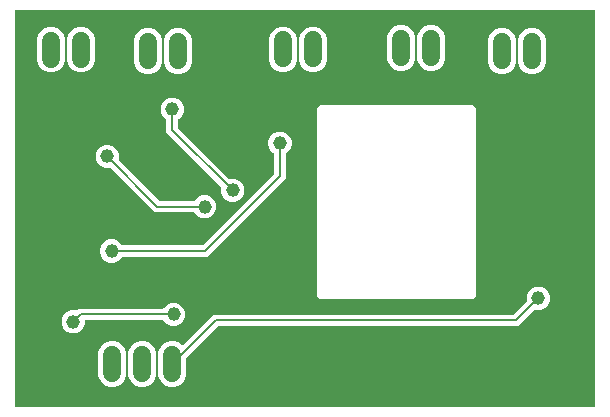
<source format=gbr>
G04 EAGLE Gerber RS-274X export*
G75*
%MOMM*%
%FSLAX34Y34*%
%LPD*%
%INBottom Copper*%
%IPPOS*%
%AMOC8*
5,1,8,0,0,1.08239X$1,22.5*%
G01*
%ADD10C,1.524000*%
%ADD11C,1.156400*%
%ADD12C,0.152400*%

G36*
X495194Y9068D02*
X495194Y9068D01*
X495213Y9066D01*
X495315Y9088D01*
X495417Y9104D01*
X495434Y9114D01*
X495454Y9118D01*
X495543Y9171D01*
X495634Y9220D01*
X495648Y9234D01*
X495665Y9244D01*
X495732Y9323D01*
X495804Y9398D01*
X495812Y9416D01*
X495825Y9431D01*
X495864Y9527D01*
X495907Y9621D01*
X495909Y9641D01*
X495917Y9659D01*
X495935Y9826D01*
X495935Y344474D01*
X495932Y344494D01*
X495934Y344513D01*
X495912Y344615D01*
X495896Y344717D01*
X495886Y344734D01*
X495882Y344754D01*
X495829Y344843D01*
X495780Y344934D01*
X495766Y344948D01*
X495756Y344965D01*
X495677Y345032D01*
X495602Y345104D01*
X495584Y345112D01*
X495569Y345125D01*
X495473Y345164D01*
X495379Y345207D01*
X495359Y345209D01*
X495341Y345217D01*
X495174Y345235D01*
X4826Y345235D01*
X4806Y345232D01*
X4787Y345234D01*
X4685Y345212D01*
X4583Y345196D01*
X4566Y345186D01*
X4546Y345182D01*
X4457Y345129D01*
X4366Y345080D01*
X4352Y345066D01*
X4335Y345056D01*
X4268Y344977D01*
X4196Y344902D01*
X4188Y344884D01*
X4175Y344869D01*
X4136Y344773D01*
X4093Y344679D01*
X4091Y344659D01*
X4083Y344641D01*
X4065Y344474D01*
X4065Y9826D01*
X4068Y9806D01*
X4066Y9787D01*
X4088Y9685D01*
X4104Y9583D01*
X4114Y9566D01*
X4118Y9546D01*
X4171Y9457D01*
X4220Y9366D01*
X4234Y9352D01*
X4244Y9335D01*
X4323Y9268D01*
X4398Y9196D01*
X4416Y9188D01*
X4431Y9175D01*
X4527Y9136D01*
X4621Y9093D01*
X4641Y9091D01*
X4659Y9083D01*
X4826Y9065D01*
X495174Y9065D01*
X495194Y9068D01*
G37*
%LPC*%
G36*
X263001Y100173D02*
X263001Y100173D01*
X260173Y103001D01*
X260173Y261999D01*
X263001Y264827D01*
X391999Y264827D01*
X394827Y261999D01*
X394827Y103001D01*
X391999Y100173D01*
X263001Y100173D01*
G37*
%LPD*%
%LPC*%
G36*
X135276Y26095D02*
X135276Y26095D01*
X130981Y27874D01*
X127694Y31161D01*
X125915Y35456D01*
X125915Y55344D01*
X127694Y59639D01*
X130981Y62926D01*
X135276Y64705D01*
X139924Y64705D01*
X144219Y62926D01*
X145721Y61424D01*
X145737Y61412D01*
X145750Y61396D01*
X145837Y61340D01*
X145921Y61280D01*
X145940Y61274D01*
X145957Y61263D01*
X146057Y61238D01*
X146156Y61208D01*
X146176Y61208D01*
X146195Y61203D01*
X146298Y61211D01*
X146402Y61214D01*
X146421Y61221D01*
X146440Y61223D01*
X146535Y61263D01*
X146633Y61299D01*
X146648Y61311D01*
X146667Y61319D01*
X146798Y61424D01*
X172701Y87327D01*
X426435Y87327D01*
X426525Y87341D01*
X426616Y87349D01*
X426646Y87361D01*
X426678Y87366D01*
X426759Y87409D01*
X426843Y87445D01*
X426875Y87471D01*
X426895Y87482D01*
X426918Y87505D01*
X426974Y87550D01*
X437605Y98181D01*
X437673Y98275D01*
X437743Y98369D01*
X437745Y98375D01*
X437748Y98380D01*
X437783Y98492D01*
X437819Y98603D01*
X437819Y98610D01*
X437821Y98616D01*
X437818Y98732D01*
X437816Y98849D01*
X437814Y98856D01*
X437814Y98861D01*
X437808Y98879D01*
X437770Y99010D01*
X437653Y99291D01*
X437653Y103209D01*
X439152Y106828D01*
X441922Y109598D01*
X445541Y111097D01*
X449459Y111097D01*
X453078Y109598D01*
X455848Y106828D01*
X457347Y103209D01*
X457347Y99291D01*
X455848Y95672D01*
X453078Y92902D01*
X449459Y91403D01*
X445541Y91403D01*
X445260Y91520D01*
X445147Y91546D01*
X445033Y91575D01*
X445027Y91574D01*
X445021Y91576D01*
X444904Y91565D01*
X444788Y91556D01*
X444782Y91553D01*
X444776Y91553D01*
X444668Y91505D01*
X444562Y91459D01*
X444556Y91455D01*
X444551Y91453D01*
X444537Y91440D01*
X444431Y91355D01*
X433800Y80724D01*
X430749Y77673D01*
X177015Y77673D01*
X176925Y77659D01*
X176834Y77651D01*
X176804Y77639D01*
X176772Y77634D01*
X176691Y77591D01*
X176607Y77555D01*
X176575Y77529D01*
X176555Y77518D01*
X176532Y77495D01*
X176476Y77450D01*
X149508Y50482D01*
X149455Y50408D01*
X149395Y50338D01*
X149383Y50308D01*
X149364Y50282D01*
X149337Y50195D01*
X149303Y50110D01*
X149299Y50069D01*
X149292Y50047D01*
X149293Y50015D01*
X149285Y49943D01*
X149285Y35456D01*
X147506Y31161D01*
X144219Y27874D01*
X139924Y26095D01*
X135276Y26095D01*
G37*
%LPD*%
%LPC*%
G36*
X84291Y131403D02*
X84291Y131403D01*
X80672Y132902D01*
X77902Y135672D01*
X76403Y139291D01*
X76403Y143209D01*
X77902Y146828D01*
X80672Y149598D01*
X84291Y151097D01*
X88209Y151097D01*
X91828Y149598D01*
X94598Y146828D01*
X94714Y146547D01*
X94776Y146447D01*
X94836Y146347D01*
X94840Y146343D01*
X94844Y146338D01*
X94933Y146263D01*
X95023Y146187D01*
X95028Y146185D01*
X95033Y146181D01*
X95141Y146139D01*
X95251Y146095D01*
X95258Y146094D01*
X95263Y146093D01*
X95281Y146092D01*
X95417Y146077D01*
X162685Y146077D01*
X162775Y146091D01*
X162866Y146099D01*
X162896Y146111D01*
X162928Y146116D01*
X163009Y146159D01*
X163093Y146195D01*
X163125Y146221D01*
X163145Y146232D01*
X163157Y146244D01*
X163158Y146245D01*
X163170Y146257D01*
X163224Y146300D01*
X223700Y206776D01*
X223753Y206850D01*
X223813Y206920D01*
X223825Y206950D01*
X223844Y206976D01*
X223871Y207063D01*
X223905Y207148D01*
X223909Y207189D01*
X223916Y207211D01*
X223915Y207243D01*
X223923Y207315D01*
X223923Y223333D01*
X223904Y223447D01*
X223887Y223564D01*
X223885Y223569D01*
X223884Y223575D01*
X223829Y223678D01*
X223776Y223783D01*
X223771Y223787D01*
X223768Y223793D01*
X223684Y223873D01*
X223600Y223955D01*
X223594Y223959D01*
X223590Y223962D01*
X223573Y223970D01*
X223453Y224036D01*
X223172Y224152D01*
X220402Y226922D01*
X218903Y230541D01*
X218903Y234459D01*
X220402Y238078D01*
X223172Y240848D01*
X226791Y242347D01*
X230709Y242347D01*
X234328Y240848D01*
X237098Y238078D01*
X238597Y234459D01*
X238597Y230541D01*
X237098Y226922D01*
X234328Y224152D01*
X234047Y224036D01*
X233947Y223974D01*
X233847Y223914D01*
X233843Y223910D01*
X233838Y223906D01*
X233763Y223817D01*
X233687Y223727D01*
X233685Y223722D01*
X233681Y223717D01*
X233639Y223609D01*
X233595Y223499D01*
X233594Y223492D01*
X233593Y223487D01*
X233592Y223469D01*
X233577Y223333D01*
X233577Y203001D01*
X166999Y136423D01*
X95417Y136423D01*
X95303Y136404D01*
X95186Y136387D01*
X95181Y136385D01*
X95175Y136384D01*
X95072Y136329D01*
X94967Y136276D01*
X94963Y136271D01*
X94957Y136268D01*
X94877Y136184D01*
X94795Y136100D01*
X94791Y136094D01*
X94788Y136090D01*
X94780Y136073D01*
X94714Y135953D01*
X94598Y135672D01*
X91828Y132902D01*
X88209Y131403D01*
X84291Y131403D01*
G37*
%LPD*%
%LPC*%
G36*
X163041Y168903D02*
X163041Y168903D01*
X159422Y170402D01*
X156652Y173172D01*
X156536Y173453D01*
X156475Y173552D01*
X156414Y173653D01*
X156410Y173657D01*
X156406Y173662D01*
X156316Y173737D01*
X156228Y173813D01*
X156222Y173815D01*
X156217Y173819D01*
X156109Y173861D01*
X155999Y173905D01*
X155992Y173906D01*
X155987Y173907D01*
X155969Y173908D01*
X155833Y173923D01*
X123001Y173923D01*
X119950Y176974D01*
X85569Y211355D01*
X85475Y211422D01*
X85473Y211424D01*
X85446Y211447D01*
X85437Y211450D01*
X85381Y211493D01*
X85375Y211495D01*
X85370Y211498D01*
X85258Y211533D01*
X85147Y211569D01*
X85140Y211569D01*
X85134Y211571D01*
X85018Y211568D01*
X84901Y211566D01*
X84894Y211564D01*
X84889Y211564D01*
X84871Y211558D01*
X84740Y211520D01*
X84459Y211403D01*
X80541Y211403D01*
X76922Y212902D01*
X74152Y215672D01*
X72653Y219291D01*
X72653Y223209D01*
X74152Y226828D01*
X76922Y229598D01*
X80541Y231097D01*
X84459Y231097D01*
X88078Y229598D01*
X90848Y226828D01*
X92347Y223209D01*
X92347Y219291D01*
X92230Y219010D01*
X92204Y218897D01*
X92175Y218783D01*
X92176Y218777D01*
X92174Y218771D01*
X92185Y218654D01*
X92194Y218538D01*
X92197Y218532D01*
X92197Y218526D01*
X92245Y218418D01*
X92291Y218312D01*
X92295Y218306D01*
X92297Y218301D01*
X92310Y218287D01*
X92395Y218181D01*
X126776Y183800D01*
X126850Y183747D01*
X126920Y183687D01*
X126950Y183675D01*
X126976Y183656D01*
X127063Y183629D01*
X127148Y183595D01*
X127189Y183591D01*
X127211Y183584D01*
X127243Y183585D01*
X127315Y183577D01*
X155833Y183577D01*
X155947Y183595D01*
X156064Y183613D01*
X156069Y183615D01*
X156075Y183616D01*
X156178Y183671D01*
X156283Y183724D01*
X156287Y183729D01*
X156293Y183732D01*
X156373Y183816D01*
X156455Y183900D01*
X156459Y183906D01*
X156462Y183910D01*
X156470Y183927D01*
X156536Y184047D01*
X156652Y184328D01*
X159422Y187098D01*
X163041Y188597D01*
X166959Y188597D01*
X170578Y187098D01*
X173348Y184328D01*
X174847Y180709D01*
X174847Y176791D01*
X173348Y173172D01*
X170578Y170402D01*
X166959Y168903D01*
X163041Y168903D01*
G37*
%LPD*%
%LPC*%
G36*
X186791Y182653D02*
X186791Y182653D01*
X183172Y184152D01*
X180402Y186922D01*
X178903Y190541D01*
X178903Y194459D01*
X179020Y194740D01*
X179046Y194853D01*
X179075Y194967D01*
X179074Y194973D01*
X179076Y194979D01*
X179065Y195096D01*
X179056Y195212D01*
X179053Y195218D01*
X179053Y195224D01*
X179005Y195332D01*
X178959Y195438D01*
X178955Y195444D01*
X178953Y195449D01*
X178940Y195463D01*
X178855Y195569D01*
X132673Y241751D01*
X132673Y252083D01*
X132654Y252197D01*
X132637Y252314D01*
X132635Y252319D01*
X132634Y252325D01*
X132579Y252428D01*
X132526Y252533D01*
X132521Y252537D01*
X132518Y252543D01*
X132434Y252623D01*
X132350Y252705D01*
X132344Y252709D01*
X132340Y252712D01*
X132323Y252720D01*
X132203Y252786D01*
X131922Y252902D01*
X129152Y255672D01*
X127653Y259291D01*
X127653Y263209D01*
X129152Y266828D01*
X131922Y269598D01*
X135541Y271097D01*
X139459Y271097D01*
X143078Y269598D01*
X145848Y266828D01*
X147347Y263209D01*
X147347Y259291D01*
X145848Y255672D01*
X143078Y252902D01*
X142797Y252786D01*
X142697Y252724D01*
X142597Y252664D01*
X142593Y252660D01*
X142588Y252656D01*
X142513Y252567D01*
X142437Y252477D01*
X142435Y252472D01*
X142431Y252467D01*
X142389Y252359D01*
X142345Y252249D01*
X142344Y252242D01*
X142343Y252237D01*
X142342Y252219D01*
X142327Y252083D01*
X142327Y246065D01*
X142341Y245975D01*
X142349Y245884D01*
X142361Y245854D01*
X142366Y245822D01*
X142409Y245741D01*
X142445Y245657D01*
X142471Y245625D01*
X142482Y245605D01*
X142505Y245582D01*
X142550Y245526D01*
X185681Y202395D01*
X185775Y202328D01*
X185869Y202257D01*
X185875Y202255D01*
X185880Y202252D01*
X185992Y202217D01*
X186103Y202181D01*
X186110Y202181D01*
X186116Y202179D01*
X186232Y202182D01*
X186349Y202184D01*
X186356Y202186D01*
X186361Y202186D01*
X186379Y202192D01*
X186510Y202230D01*
X186791Y202347D01*
X190709Y202347D01*
X194328Y200848D01*
X197098Y198078D01*
X198597Y194459D01*
X198597Y190541D01*
X197098Y186922D01*
X194328Y184152D01*
X190709Y182653D01*
X186791Y182653D01*
G37*
%LPD*%
%LPC*%
G36*
X51791Y71403D02*
X51791Y71403D01*
X48172Y72902D01*
X45402Y75672D01*
X43903Y79291D01*
X43903Y83209D01*
X45402Y86828D01*
X48172Y89598D01*
X51791Y91097D01*
X55709Y91097D01*
X55990Y90980D01*
X56103Y90954D01*
X56217Y90925D01*
X56223Y90926D01*
X56229Y90924D01*
X56346Y90935D01*
X56462Y90944D01*
X56468Y90947D01*
X56474Y90947D01*
X56581Y90995D01*
X56688Y91041D01*
X56694Y91045D01*
X56699Y91047D01*
X56712Y91060D01*
X56819Y91145D01*
X58001Y92327D01*
X129583Y92327D01*
X129697Y92346D01*
X129814Y92363D01*
X129819Y92365D01*
X129825Y92366D01*
X129928Y92421D01*
X130033Y92474D01*
X130037Y92479D01*
X130043Y92482D01*
X130123Y92566D01*
X130205Y92650D01*
X130209Y92656D01*
X130212Y92660D01*
X130220Y92677D01*
X130286Y92797D01*
X130402Y93078D01*
X133172Y95848D01*
X136791Y97347D01*
X140709Y97347D01*
X144328Y95848D01*
X147098Y93078D01*
X148597Y89459D01*
X148597Y85541D01*
X147098Y81922D01*
X144328Y79152D01*
X140709Y77653D01*
X136791Y77653D01*
X133172Y79152D01*
X130402Y81922D01*
X130286Y82203D01*
X130224Y82303D01*
X130164Y82403D01*
X130160Y82407D01*
X130156Y82412D01*
X130067Y82487D01*
X129977Y82563D01*
X129972Y82565D01*
X129967Y82569D01*
X129859Y82611D01*
X129749Y82655D01*
X129742Y82656D01*
X129737Y82657D01*
X129719Y82658D01*
X129583Y82673D01*
X64358Y82673D01*
X64338Y82670D01*
X64319Y82672D01*
X64217Y82650D01*
X64115Y82634D01*
X64098Y82624D01*
X64078Y82620D01*
X63989Y82567D01*
X63898Y82518D01*
X63884Y82504D01*
X63867Y82494D01*
X63800Y82415D01*
X63728Y82340D01*
X63720Y82322D01*
X63707Y82307D01*
X63668Y82211D01*
X63625Y82117D01*
X63623Y82097D01*
X63615Y82079D01*
X63597Y81912D01*
X63597Y79291D01*
X62098Y75672D01*
X59328Y72902D01*
X55709Y71403D01*
X51791Y71403D01*
G37*
%LPD*%
%LPC*%
G36*
X439776Y291345D02*
X439776Y291345D01*
X435481Y293124D01*
X432194Y296411D01*
X430415Y300706D01*
X430415Y320594D01*
X432194Y324889D01*
X435481Y328176D01*
X439776Y329955D01*
X444424Y329955D01*
X448719Y328176D01*
X452006Y324889D01*
X453785Y320594D01*
X453785Y300706D01*
X452006Y296411D01*
X448719Y293124D01*
X444424Y291345D01*
X439776Y291345D01*
G37*
%LPD*%
%LPC*%
G36*
X414376Y291345D02*
X414376Y291345D01*
X410081Y293124D01*
X406794Y296411D01*
X405015Y300706D01*
X405015Y320594D01*
X406794Y324889D01*
X410081Y328176D01*
X414376Y329955D01*
X419024Y329955D01*
X423319Y328176D01*
X426606Y324889D01*
X428385Y320594D01*
X428385Y300706D01*
X426606Y296411D01*
X423319Y293124D01*
X419024Y291345D01*
X414376Y291345D01*
G37*
%LPD*%
%LPC*%
G36*
X140276Y291345D02*
X140276Y291345D01*
X135981Y293124D01*
X132694Y296411D01*
X130915Y300706D01*
X130915Y320594D01*
X132694Y324889D01*
X135981Y328176D01*
X140276Y329955D01*
X144924Y329955D01*
X149219Y328176D01*
X152506Y324889D01*
X154285Y320594D01*
X154285Y300706D01*
X152506Y296411D01*
X149219Y293124D01*
X144924Y291345D01*
X140276Y291345D01*
G37*
%LPD*%
%LPC*%
G36*
X114876Y291345D02*
X114876Y291345D01*
X110581Y293124D01*
X107294Y296411D01*
X105515Y300706D01*
X105515Y320594D01*
X107294Y324889D01*
X110581Y328176D01*
X114876Y329955D01*
X119524Y329955D01*
X123819Y328176D01*
X127106Y324889D01*
X128885Y320594D01*
X128885Y300706D01*
X127106Y296411D01*
X123819Y293124D01*
X119524Y291345D01*
X114876Y291345D01*
G37*
%LPD*%
%LPC*%
G36*
X32526Y292445D02*
X32526Y292445D01*
X28231Y294224D01*
X24944Y297511D01*
X23165Y301806D01*
X23165Y321694D01*
X24944Y325989D01*
X28231Y329276D01*
X32526Y331055D01*
X37174Y331055D01*
X41469Y329276D01*
X44756Y325989D01*
X46535Y321694D01*
X46535Y301806D01*
X44756Y297511D01*
X41469Y294224D01*
X37174Y292445D01*
X32526Y292445D01*
G37*
%LPD*%
%LPC*%
G36*
X57926Y292445D02*
X57926Y292445D01*
X53631Y294224D01*
X50344Y297511D01*
X48565Y301806D01*
X48565Y321694D01*
X50344Y325989D01*
X53631Y329276D01*
X57926Y331055D01*
X62574Y331055D01*
X66869Y329276D01*
X70156Y325989D01*
X71935Y321694D01*
X71935Y301806D01*
X70156Y297511D01*
X66869Y294224D01*
X62574Y292445D01*
X57926Y292445D01*
G37*
%LPD*%
%LPC*%
G36*
X228876Y292595D02*
X228876Y292595D01*
X224581Y294374D01*
X221294Y297661D01*
X219515Y301956D01*
X219515Y321844D01*
X221294Y326139D01*
X224581Y329426D01*
X228876Y331205D01*
X233524Y331205D01*
X237819Y329426D01*
X241106Y326139D01*
X242885Y321844D01*
X242885Y301956D01*
X241106Y297661D01*
X237819Y294374D01*
X233524Y292595D01*
X228876Y292595D01*
G37*
%LPD*%
%LPC*%
G36*
X254276Y292595D02*
X254276Y292595D01*
X249981Y294374D01*
X246694Y297661D01*
X244915Y301956D01*
X244915Y321844D01*
X246694Y326139D01*
X249981Y329426D01*
X254276Y331205D01*
X258924Y331205D01*
X263219Y329426D01*
X266506Y326139D01*
X268285Y321844D01*
X268285Y301956D01*
X266506Y297661D01*
X263219Y294374D01*
X258924Y292595D01*
X254276Y292595D01*
G37*
%LPD*%
%LPC*%
G36*
X329126Y293845D02*
X329126Y293845D01*
X324831Y295624D01*
X321544Y298911D01*
X319765Y303206D01*
X319765Y323094D01*
X321544Y327389D01*
X324831Y330676D01*
X329126Y332455D01*
X333774Y332455D01*
X338069Y330676D01*
X341356Y327389D01*
X343135Y323094D01*
X343135Y303206D01*
X341356Y298911D01*
X338069Y295624D01*
X333774Y293845D01*
X329126Y293845D01*
G37*
%LPD*%
%LPC*%
G36*
X354526Y293845D02*
X354526Y293845D01*
X350231Y295624D01*
X346944Y298911D01*
X345165Y303206D01*
X345165Y323094D01*
X346944Y327389D01*
X350231Y330676D01*
X354526Y332455D01*
X359174Y332455D01*
X363469Y330676D01*
X366756Y327389D01*
X368535Y323094D01*
X368535Y303206D01*
X366756Y298911D01*
X363469Y295624D01*
X359174Y293845D01*
X354526Y293845D01*
G37*
%LPD*%
%LPC*%
G36*
X109876Y26095D02*
X109876Y26095D01*
X105581Y27874D01*
X102294Y31161D01*
X100515Y35456D01*
X100515Y55344D01*
X102294Y59639D01*
X105581Y62926D01*
X109876Y64705D01*
X114524Y64705D01*
X118819Y62926D01*
X122106Y59639D01*
X123885Y55344D01*
X123885Y35456D01*
X122106Y31161D01*
X118819Y27874D01*
X114524Y26095D01*
X109876Y26095D01*
G37*
%LPD*%
%LPC*%
G36*
X84476Y26095D02*
X84476Y26095D01*
X80181Y27874D01*
X76894Y31161D01*
X75115Y35456D01*
X75115Y55344D01*
X76894Y59639D01*
X80181Y62926D01*
X84476Y64705D01*
X89124Y64705D01*
X93419Y62926D01*
X96706Y59639D01*
X98485Y55344D01*
X98485Y35456D01*
X96706Y31161D01*
X93419Y27874D01*
X89124Y26095D01*
X84476Y26095D01*
G37*
%LPD*%
D10*
X60250Y319370D02*
X60250Y304130D01*
X34850Y304130D02*
X34850Y319370D01*
X142600Y318270D02*
X142600Y303030D01*
X117200Y303030D02*
X117200Y318270D01*
X256600Y319520D02*
X256600Y304280D01*
X231200Y304280D02*
X231200Y319520D01*
X356850Y320770D02*
X356850Y305530D01*
X331450Y305530D02*
X331450Y320770D01*
X442100Y318270D02*
X442100Y303030D01*
X416700Y303030D02*
X416700Y318270D01*
X137600Y53020D02*
X137600Y37780D01*
X112200Y37780D02*
X112200Y53020D01*
X86800Y53020D02*
X86800Y37780D01*
D11*
X86250Y141250D03*
D12*
X165000Y141250D01*
X228750Y205000D01*
X228750Y232500D01*
D11*
X228750Y232500D03*
X53750Y81250D03*
D12*
X60000Y87500D01*
X138750Y87500D01*
D11*
X138750Y87500D03*
X372500Y40000D03*
X140000Y218750D03*
D12*
X112500Y246250D01*
X112500Y248750D01*
D11*
X112500Y248750D03*
X446250Y135000D03*
X145000Y192500D03*
X367500Y286250D03*
X225000Y277500D03*
X447500Y101250D03*
D12*
X428750Y82500D01*
X174700Y82500D01*
X137600Y45400D01*
D11*
X137500Y261250D03*
D12*
X137500Y243750D01*
X188750Y192500D01*
D11*
X188750Y192500D03*
X82500Y221250D03*
D12*
X125000Y178750D01*
X165000Y178750D01*
D11*
X165000Y178750D03*
M02*

</source>
